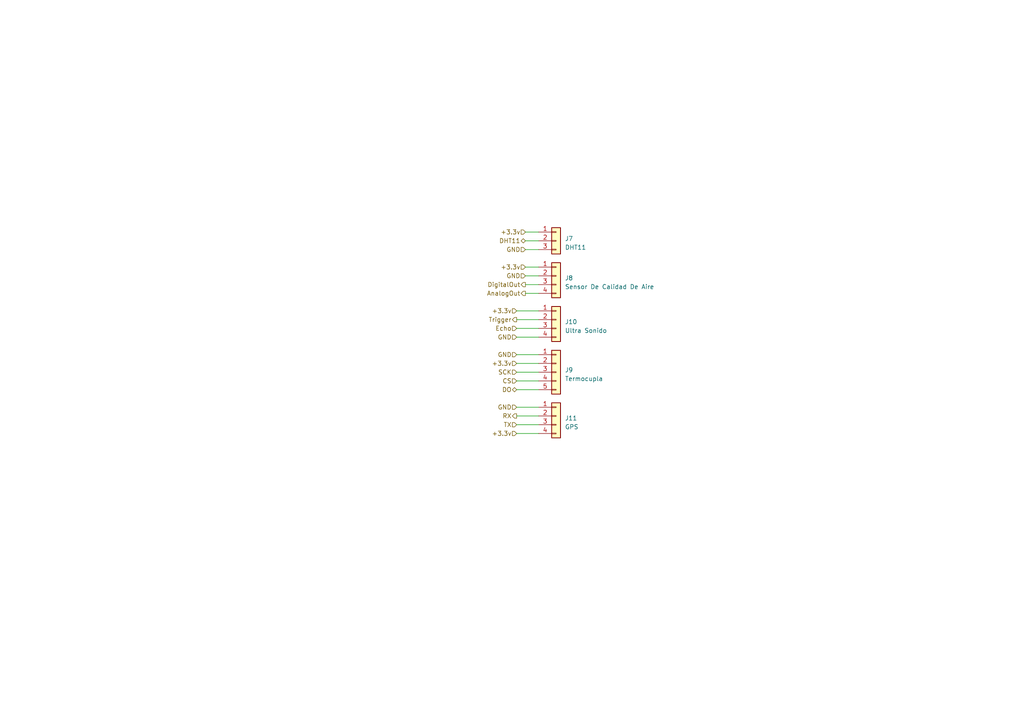
<source format=kicad_sch>
(kicad_sch (version 20230121) (generator eeschema)
  (paper "A4")
  (lib_symbols
    (symbol "Connector_Generic:Conn_01x03" (pin_names (offset 1.016) hide)
      (property "Reference" "J" (at 0 5.08 0))
      (property "Value" "Conn_01x03" (at 0 -5.08 0))
      (symbol "Conn_01x03_1_1"
        (rectangle (start -1.27 -2.413) (end 0 -2.667) (stroke (width 0.1524)))
        (rectangle (start -1.27 0.127) (end 0 -0.127) (stroke (width 0.1524)))
        (rectangle (start -1.27 2.667) (end 0 2.413) (stroke (width 0.1524)))
        (rectangle (start -1.27 3.81) (end 1.27 -3.81) (stroke (width 0.254)) (fill (type background)))
        (pin passive line (at -5.08 2.54 0) (length 3.81) (name "Pin_1") (number "1"))
        (pin passive line (at -5.08 0 0) (length 3.81) (name "Pin_2") (number "2"))
        (pin passive line (at -5.08 -2.54 0) (length 3.81) (name "Pin_3") (number "3"))
      )
    )
    (symbol "Connector_Generic:Conn_01x04" (pin_names (offset 1.016) hide)
      (property "Reference" "J" (at 0 5.08 0))
      (property "Value" "Conn_01x04" (at 0 -7.62 0))
      (symbol "Conn_01x04_1_1"
        (rectangle (start -1.27 -4.953) (end 0 -5.207) (stroke (width 0.1524)))
        (rectangle (start -1.27 -2.413) (end 0 -2.667) (stroke (width 0.1524)))
        (rectangle (start -1.27 0.127) (end 0 -0.127) (stroke (width 0.1524)))
        (rectangle (start -1.27 2.667) (end 0 2.413) (stroke (width 0.1524)))
        (rectangle (start -1.27 3.81) (end 1.27 -6.35) (stroke (width 0.254)) (fill (type background)))
        (pin passive line (at -5.08 2.54 0) (length 3.81) (name "Pin_1") (number "1"))
        (pin passive line (at -5.08 0 0) (length 3.81) (name "Pin_2") (number "2"))
        (pin passive line (at -5.08 -2.54 0) (length 3.81) (name "Pin_3") (number "3"))
        (pin passive line (at -5.08 -5.08 0) (length 3.81) (name "Pin_4") (number "4"))
      )
    )
    (symbol "Connector_Generic:Conn_01x05" (pin_names (offset 1.016) hide)
      (property "Reference" "J" (at 0 7.62 0))
      (property "Value" "Conn_01x05" (at 0 -7.62 0))
      (symbol "Conn_01x05_1_1"
        (rectangle (start -1.27 -4.953) (end 0 -5.207) (stroke (width 0.1524)))
        (rectangle (start -1.27 -2.413) (end 0 -2.667) (stroke (width 0.1524)))
        (rectangle (start -1.27 0.127) (end 0 -0.127) (stroke (width 0.1524)))
        (rectangle (start -1.27 2.667) (end 0 2.413) (stroke (width 0.1524)))
        (rectangle (start -1.27 5.207) (end 0 4.953) (stroke (width 0.1524)))
        (rectangle (start -1.27 6.35) (end 1.27 -6.35) (stroke (width 0.254)) (fill (type background)))
        (pin passive line (at -5.08 5.08 0) (length 3.81) (name "Pin_1") (number "1"))
        (pin passive line (at -5.08 2.54 0) (length 3.81) (name "Pin_2") (number "2"))
        (pin passive line (at -5.08 0 0) (length 3.81) (name "Pin_3") (number "3"))
        (pin passive line (at -5.08 -2.54 0) (length 3.81) (name "Pin_4") (number "4"))
        (pin passive line (at -5.08 -5.08 0) (length 3.81) (name "Pin_5") (number "5"))
      )
    )
  )
  (wire (pts (xy 149.86 110.49) (xy 156.21 110.49)))
  (wire (pts (xy 152.4 77.47) (xy 156.21 77.47)))
  (wire (pts (xy 152.4 69.85) (xy 156.21 69.85)))
  (wire (pts (xy 152.4 82.55) (xy 156.21 82.55)))
  (wire (pts (xy 149.86 102.87) (xy 156.21 102.87)))
  (wire (pts (xy 149.86 120.65) (xy 156.21 120.65)))
  (wire (pts (xy 152.4 72.39) (xy 156.21 72.39)))
  (wire (pts (xy 149.86 97.79) (xy 156.21 97.79)))
  (wire (pts (xy 152.4 85.09) (xy 156.21 85.09)))
  (wire (pts (xy 149.86 125.73) (xy 156.21 125.73)))
  (wire (pts (xy 152.4 80.01) (xy 156.21 80.01)))
  (wire (pts (xy 149.86 118.11) (xy 156.21 118.11)))
  (wire (pts (xy 149.86 113.03) (xy 156.21 113.03)))
  (wire (pts (xy 149.86 123.19) (xy 156.21 123.19)))
  (wire (pts (xy 149.86 95.25) (xy 156.21 95.25)))
  (wire (pts (xy 156.21 67.31) (xy 152.4 67.31)))
  (wire (pts (xy 149.86 105.41) (xy 156.21 105.41)))
  (wire (pts (xy 149.86 107.95) (xy 156.21 107.95)))
  (wire (pts (xy 149.86 92.71) (xy 156.21 92.71)))
  (wire (pts (xy 149.86 90.17) (xy 156.21 90.17)))
  (hierarchical_label "GND" (shape input) (at 149.86 118.11 180))
  (hierarchical_label "Trigger" (shape output) (at 149.86 92.71 180))
  (hierarchical_label "DO" (shape bidirectional) (at 149.86 113.03 180))
  (hierarchical_label "+3.3v" (shape input) (at 149.86 125.73 180))
  (hierarchical_label "Echo" (shape input) (at 149.86 95.25 180))
  (hierarchical_label "CS" (shape input) (at 149.86 110.49 180))
  (hierarchical_label "DHT11" (shape bidirectional) (at 152.4 69.85 180))
  (hierarchical_label "+3.3v" (shape input) (at 149.86 105.41 180))
  (hierarchical_label "+3.3v" (shape input) (at 152.4 67.31 180))
  (hierarchical_label "AnalogOut" (shape output) (at 152.4 85.09 180))
  (hierarchical_label "GND" (shape input) (at 149.86 97.79 180))
  (hierarchical_label "DigitalOut" (shape output) (at 152.4 82.55 180))
  (hierarchical_label "GND" (shape input) (at 149.86 102.87 180))
  (hierarchical_label "+3.3v" (shape input) (at 152.4 77.47 180))
  (hierarchical_label "GND" (shape input) (at 152.4 72.39 180))
  (hierarchical_label "GND" (shape input) (at 152.4 80.01 180))
  (hierarchical_label "RX" (shape output) (at 149.86 120.65 180))
  (hierarchical_label "TX" (shape input) (at 149.86 123.19 180))
  (hierarchical_label "+3.3v" (shape input) (at 149.86 90.17 180))
  (hierarchical_label "SCK" (shape input) (at 149.86 107.95 180))
  (symbol (lib_id "Connector_Generic:Conn_01x03") (at 161.29 69.85 0) (unit 1)
    (property "Reference" "J7" (at 163.83 69.215 0) (effects (justify left)))
    (property "Value" "DHT11" (at 163.83 71.755 0) (effects (justify left)))
    (property "Footprint" "Connector_JST:JST_XH_B3B-XH-A_1x03_P2.50mm_Vertical" (effects hide))
  )
  (symbol (lib_id "Connector_Generic:Conn_01x04") (at 161.29 92.71 0) (unit 1)
    (property "Reference" "J10" (at 163.83 93.345 0) (effects (justify left)))
    (property "Value" "Ultra Sonido" (at 163.83 95.885 0) (effects (justify left)))
    (property "Footprint" "Connector_JST:JST_XH_B4B-XH-A_1x04_P2.50mm_Vertical" (effects hide))
  )
  (symbol (lib_id "Connector_Generic:Conn_01x05") (at 161.29 107.95 0) (unit 1)
    (property "Reference" "J9" (at 163.83 107.315 0) (effects (justify left)))
    (property "Value" "Termocupla" (at 163.83 109.855 0) (effects (justify left)))
    (property "Footprint" "Connector_JST:JST_XH_B5B-XH-AM_1x05_P2.50mm_Vertical" (effects hide))
  )
  (symbol (lib_id "Connector_Generic:Conn_01x04") (at 161.29 120.65 0) (unit 1)
    (property "Reference" "J11" (at 163.83 121.285 0) (effects (justify left)))
    (property "Value" "GPS" (at 163.83 123.825 0) (effects (justify left)))
    (property "Footprint" "Connector_JST:JST_XH_B4B-XH-A_1x04_P2.50mm_Vertical" (effects hide))
  )
  (symbol (lib_id "Connector_Generic:Conn_01x04") (at 161.29 80.01 0) (unit 1)
    (property "Reference" "J8" (at 163.83 80.645 0) (effects (justify left)))
    (property "Value" "Sensor De Calidad De Aire" (at 163.83 83.185 0) (effects (justify left)))
    (property "Footprint" "Connector_JST:JST_XH_B4B-XH-A_1x04_P2.50mm_Vertical" (effects hide))
  )
)
</source>
